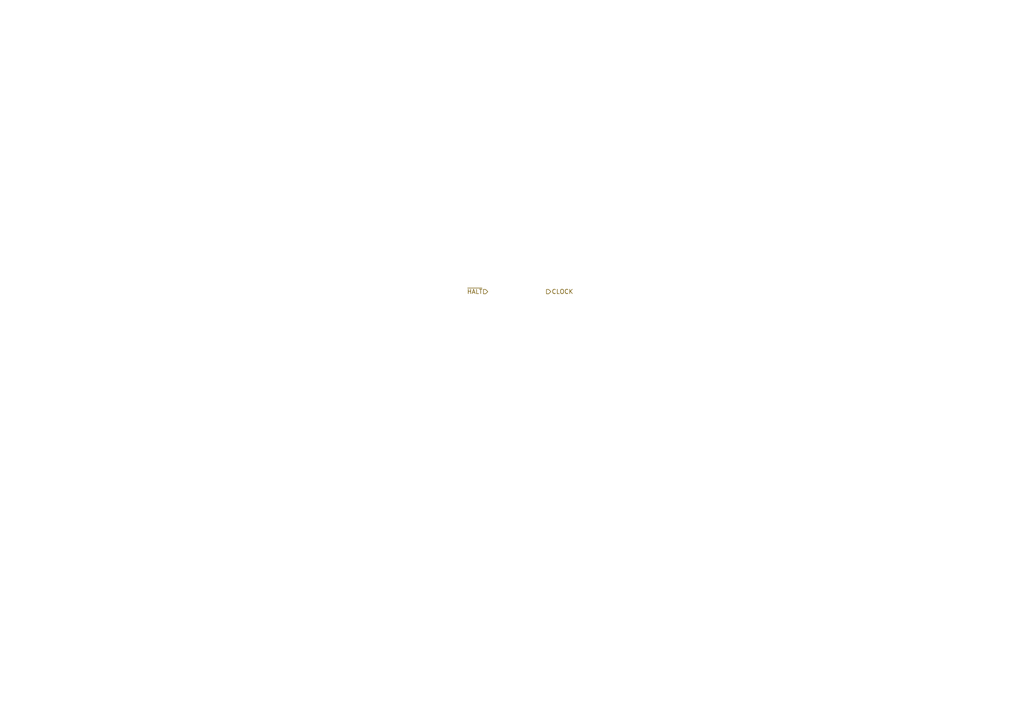
<source format=kicad_sch>
(kicad_sch (version 20211123) (generator eeschema)
  (paper "A4")
  (lib_symbols)
  (hierarchical_label "CLOCK" (shape output) (at 158.496 84.582 0))
  (hierarchical_label "~{HALT}" (shape input) (at 141.478 84.582 180))
)
</source>
